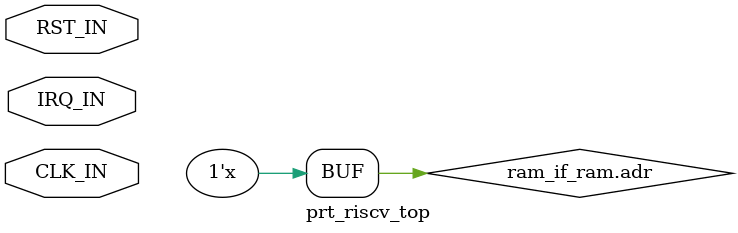
<source format=sv>
/*
     __        __   __   ___ ___ ___  __  
    |__)  /\  |__) |__) |__   |   |  /  \ 
    |    /~~\ |  \ |  \ |___  |   |  \__/ 


    Module: RISC-V Top
    (c) 2022 by Parretto B.V.

    History
    =======
    v1.0 - Initial release

    License
    =======
    This License will apply to the use of the IP-core (as defined in the License). 
    Please read the License carefully so that you know what your rights and obligations are when using the IP-core.
    The acceptance of this License constitutes a valid and binding agreement between Parretto and you for the use of the IP-core. 
    If you download and/or make any use of the IP-core you agree to be bound by this License. 
    The License is available for download and print at www.parretto.com/license.html
    Parretto grants you, as the Licensee, a free, non-exclusive, non-transferable, limited right to use the IP-core 
    solely for internal business purposes for the term and conditions of the License. 
    You are also allowed to create Modifications for internal business purposes, but explicitly only under the conditions of art. 3.2.
    You are, however, obliged to pay the License Fees to Parretto for the use of the IP-core, or any Modification, in, or embodied in, 
    a physical or non-tangible product or service that has substantial commercial, industrial or non-consumer uses. 
*/

`default_nettype none

module prt_riscv_top
#(
    parameter P_VENDOR          = "none",
    parameter P_ROM_INIT        = "none",
    parameter P_RAM_INIT        = "none"
)
(
     // Reset and clock
    input wire      RST_IN,
    input wire      CLK_IN,
    input wire      IRQ_IN
);

// Parameters

localparam P_ROM_SIZE = 64 * 1024;                     // ROM size in bytes
localparam P_ROM_ADR = $clog2(P_ROM_SIZE);
localparam P_RAM_SIZE = 64 * 1024;                      // RAM size in bytes
localparam P_RAM_ADR = $clog2(P_RAM_SIZE);

// Interfaces
prt_riscv_rom_if 
#(
     .P_ADR_WIDTH (P_ROM_ADR)
) rom_if();

prt_riscv_ram_if 
#(
     .P_ADR_WIDTH (32)
) ram_if_cpu();

prt_riscv_ram_if 
#(
     .P_ADR_WIDTH (P_RAM_ADR)
) ram_if_ram();

// Signals

// CPU
wire            irq_to_cpu;

// Logic

// CPU
    prt_riscv_cpu
    CPU_INST
    (
        // Clocks and reset
        .RST_IN                 (RST_IN),         // Reset
        .CLK_IN                 (CLK_IN),         // Clock

        // ROM interface
        .ROM_IF                 (rom_if),

        // RAM interface
        .RAM_IF                 (ram_if_cpu),

        // Interrupt
        .IRQ_IN                 (IRQ_IN),
        
        // Status
        .STA_ERR_OUT            ()         // Error
    );

    // RAM mapping
    assign ram_if_ram.adr       = ram_if_cpu.adr[0+:P_RAM_ADR];
    assign ram_if_ram.wr        = (ram_if_cpu.adr[31]) ? 0 : ram_if_cpu.wr;
    assign ram_if_ram.rd        = (ram_if_cpu.adr[31]) ? 0 : ram_if_cpu.rd;
    assign ram_if_ram.wr_dat    = ram_if_cpu.wr_dat;
    assign ram_if_ram.wr_strb   = ram_if_cpu.wr_strb;
    assign ram_if_cpu.rd_vld    = ram_if_ram.rd_vld;
    assign ram_if_cpu.rd_dat    = ram_if_ram.rd_dat;

// ROM
    prt_riscv_rom
    #(
        .P_VENDOR       (P_VENDOR),    // Vendor "xilinx" or "lattice"
        .P_ADR          (P_ROM_ADR),   // Address bits
        .P_INIT_FILE    (P_ROM_INIT)   // Initilization file
    )
    ROM_INST
    (
        // Reset and clock
        .RST_IN         (RST_IN),      // Reset
        .CLK_IN         (CLK_IN),      // Clock

        // ROM interface
        .ROM_IF         (rom_if),

        // Initialization
        .INIT_STR_IN    (1'b0),     // Start
        .INIT_DAT_IN    (32'h0),    // Data
        .INIT_VLD_IN    (1'b0)      // Valid
    );

// RAM
    prt_riscv_ram
    #(
        .P_VENDOR       (P_VENDOR),     // Vendor "xilinx" or "lattice"
        .P_ADR          (P_RAM_ADR),    // Address bits
        .P_INIT_FILE    (P_RAM_INIT)    // Initilization file
    )
    RAM_INST
    (
        // Reset and clock
        .RST_IN         (RST_IN),      // Reset
        .CLK_IN         (CLK_IN),   // Clock

        // RAM interface
        .RAM_IF         (ram_if_ram),

        // Initialization
        .INIT_STR_IN    (1'b0),     // Start
        .INIT_DAT_IN    (32'h0),    // Data
        .INIT_VLD_IN    (1'b0)      // Valid
    );

endmodule

`default_nettype wire

</source>
